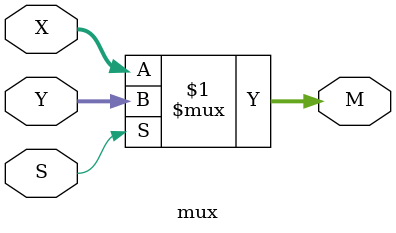
<source format=v>
module mux(X, Y, S, M);
   parameter N = 3;
   input [N:1] X, Y;
   input       S;
   output [N:1] M;

   assign M = S ? Y : X;
endmodule // mux

</source>
